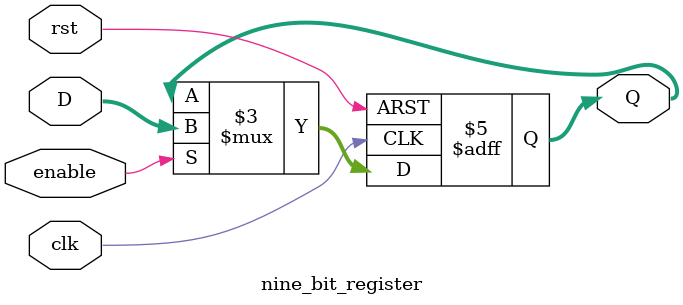
<source format=v>
module nine_bit_register(D, enable, clk, rst, Q);
	input [8:0] D;
	input enable, clk, rst;
	output reg[8:0] Q;

	always @(posedge clk or posedge rst) begin
		if (rst == 1'b1)
			Q <= 9'b000000000;
		else if(enable)
			Q <= D;
	end
endmodule

</source>
